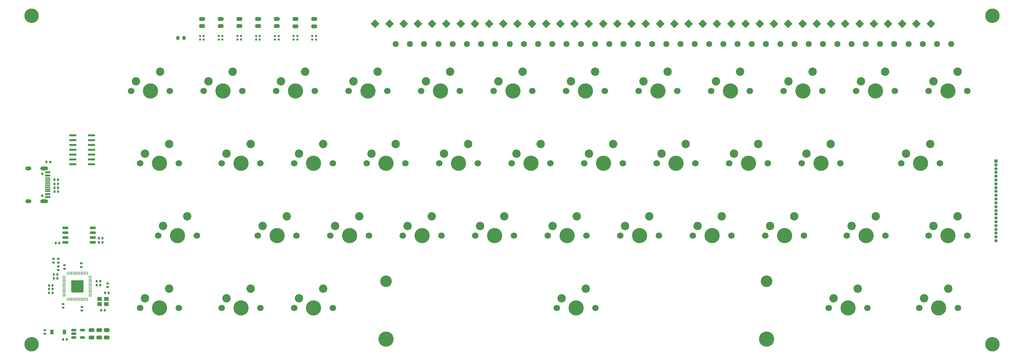
<source format=gts>
G04 #@! TF.GenerationSoftware,KiCad,Pcbnew,(6.0.4)*
G04 #@! TF.CreationDate,2022-06-01T02:41:54-07:00*
G04 #@! TF.ProjectId,ditto,64697474-6f2e-46b6-9963-61645f706362,rev?*
G04 #@! TF.SameCoordinates,Original*
G04 #@! TF.FileFunction,Soldermask,Top*
G04 #@! TF.FilePolarity,Negative*
%FSLAX46Y46*%
G04 Gerber Fmt 4.6, Leading zero omitted, Abs format (unit mm)*
G04 Created by KiCad (PCBNEW (6.0.4)) date 2022-06-01 02:41:54*
%MOMM*%
%LPD*%
G01*
G04 APERTURE LIST*
G04 Aperture macros list*
%AMRoundRect*
0 Rectangle with rounded corners*
0 $1 Rounding radius*
0 $2 $3 $4 $5 $6 $7 $8 $9 X,Y pos of 4 corners*
0 Add a 4 corners polygon primitive as box body*
4,1,4,$2,$3,$4,$5,$6,$7,$8,$9,$2,$3,0*
0 Add four circle primitives for the rounded corners*
1,1,$1+$1,$2,$3*
1,1,$1+$1,$4,$5*
1,1,$1+$1,$6,$7*
1,1,$1+$1,$8,$9*
0 Add four rect primitives between the rounded corners*
20,1,$1+$1,$2,$3,$4,$5,0*
20,1,$1+$1,$4,$5,$6,$7,0*
20,1,$1+$1,$6,$7,$8,$9,0*
20,1,$1+$1,$8,$9,$2,$3,0*%
%AMHorizOval*
0 Thick line with rounded ends*
0 $1 width*
0 $2 $3 position (X,Y) of the first rounded end (center of the circle)*
0 $4 $5 position (X,Y) of the second rounded end (center of the circle)*
0 Add line between two ends*
20,1,$1,$2,$3,$4,$5,0*
0 Add two circle primitives to create the rounded ends*
1,1,$1,$2,$3*
1,1,$1,$4,$5*%
%AMRotRect*
0 Rectangle, with rotation*
0 The origin of the aperture is its center*
0 $1 length*
0 $2 width*
0 $3 Rotation angle, in degrees counterclockwise*
0 Add horizontal line*
21,1,$1,$2,0,0,$3*%
G04 Aperture macros list end*
%ADD10R,1.981200X0.558800*%
%ADD11C,4.000000*%
%ADD12C,1.700000*%
%ADD13C,2.200000*%
%ADD14R,0.900000X1.200000*%
%ADD15RotRect,1.600000X1.600000X315.000000*%
%ADD16HorizOval,1.600000X0.000000X0.000000X0.000000X0.000000X0*%
%ADD17C,3.050000*%
%ADD18RoundRect,0.140000X-0.170000X0.140000X-0.170000X-0.140000X0.170000X-0.140000X0.170000X0.140000X0*%
%ADD19RoundRect,0.140000X0.140000X0.170000X-0.140000X0.170000X-0.140000X-0.170000X0.140000X-0.170000X0*%
%ADD20RoundRect,0.250000X-0.475000X0.250000X-0.475000X-0.250000X0.475000X-0.250000X0.475000X0.250000X0*%
%ADD21RoundRect,0.140000X-0.140000X-0.170000X0.140000X-0.170000X0.140000X0.170000X-0.140000X0.170000X0*%
%ADD22R,0.550000X0.550000*%
%ADD23RoundRect,0.250000X0.475000X-0.250000X0.475000X0.250000X-0.475000X0.250000X-0.475000X-0.250000X0*%
%ADD24R,0.850000X0.850000*%
%ADD25O,0.850000X0.850000*%
%ADD26RoundRect,0.050000X0.050000X-0.387500X0.050000X0.387500X-0.050000X0.387500X-0.050000X-0.387500X0*%
%ADD27RoundRect,0.050000X0.387500X-0.050000X0.387500X0.050000X-0.387500X0.050000X-0.387500X-0.050000X0*%
%ADD28RoundRect,0.144000X1.456000X-1.456000X1.456000X1.456000X-1.456000X1.456000X-1.456000X-1.456000X0*%
%ADD29RoundRect,0.150000X0.650000X0.150000X-0.650000X0.150000X-0.650000X-0.150000X0.650000X-0.150000X0*%
%ADD30RoundRect,0.140000X0.170000X-0.140000X0.170000X0.140000X-0.170000X0.140000X-0.170000X-0.140000X0*%
%ADD31R,1.150000X1.000000*%
%ADD32C,3.800000*%
%ADD33RoundRect,0.200000X0.200000X0.275000X-0.200000X0.275000X-0.200000X-0.275000X0.200000X-0.275000X0*%
%ADD34RoundRect,0.150000X-0.512500X-0.150000X0.512500X-0.150000X0.512500X0.150000X-0.512500X0.150000X0*%
%ADD35C,0.650000*%
%ADD36R,1.450000X0.600000*%
%ADD37R,1.450000X0.300000*%
%ADD38O,1.600000X1.000000*%
%ADD39O,2.100000X1.000000*%
G04 APERTURE END LIST*
D10*
X120963800Y-159310000D03*
X120963800Y-158040000D03*
X120963800Y-156770000D03*
X120963800Y-155500000D03*
X120963800Y-154230000D03*
X120963800Y-152960000D03*
X120963800Y-151690000D03*
X116036200Y-151690000D03*
X116036200Y-152960000D03*
X116036200Y-154230000D03*
X116036200Y-155500000D03*
X116036200Y-156770000D03*
X116036200Y-158040000D03*
X116036200Y-159310000D03*
D11*
X217410000Y-159080000D03*
D12*
X222490000Y-159080000D03*
X212330000Y-159080000D03*
D13*
X219950000Y-154000000D03*
X213600000Y-156540000D03*
D14*
X113900000Y-203500000D03*
X110600000Y-203500000D03*
D12*
X203440000Y-159080000D03*
X193280000Y-159080000D03*
D11*
X198360000Y-159080000D03*
D13*
X200900000Y-154000000D03*
X194550000Y-156540000D03*
D12*
X226617500Y-140030000D03*
X236777500Y-140030000D03*
D11*
X231697500Y-140030000D03*
D13*
X234237500Y-134950000D03*
X227887500Y-137490000D03*
D15*
X206750216Y-122305924D03*
D16*
X212138370Y-127694078D03*
D12*
X243286250Y-197180000D03*
D11*
X298366250Y-205420000D03*
X198366250Y-205420000D03*
D12*
X253446250Y-197180000D03*
D11*
X248366250Y-197180000D03*
D17*
X298366250Y-190180000D03*
X198366250Y-190180000D03*
D13*
X250906250Y-192100000D03*
X244556250Y-194640000D03*
D15*
X330279125Y-122305924D03*
D16*
X335667279Y-127694078D03*
D18*
X113550000Y-196157500D03*
X113550000Y-197117500D03*
D19*
X112030000Y-188400000D03*
X111070000Y-188400000D03*
D15*
X199263616Y-122305924D03*
D16*
X204651770Y-127694078D03*
D19*
X114480000Y-205500000D03*
X113520000Y-205500000D03*
D15*
X315305924Y-122305924D03*
D16*
X320694078Y-127694078D03*
D18*
X112250000Y-186270000D03*
X112250000Y-187230000D03*
D15*
X334022425Y-122305924D03*
D16*
X339410579Y-127694078D03*
D20*
X159833332Y-121050000D03*
X159833332Y-122950000D03*
D12*
X207567500Y-140030000D03*
X217727500Y-140030000D03*
D11*
X212647500Y-140030000D03*
D13*
X215187500Y-134950000D03*
X208837500Y-137490000D03*
D12*
X241540000Y-159080000D03*
X231380000Y-159080000D03*
D11*
X236460000Y-159080000D03*
D13*
X239000000Y-154000000D03*
X232650000Y-156540000D03*
D12*
X340917500Y-140030000D03*
D11*
X345997500Y-140030000D03*
D12*
X351077500Y-140030000D03*
D13*
X348537500Y-134950000D03*
X342187500Y-137490000D03*
D20*
X125000000Y-203050000D03*
X125000000Y-204950000D03*
D21*
X123520000Y-197750000D03*
X124480000Y-197750000D03*
D22*
X164274998Y-126475000D03*
X165224998Y-126475000D03*
X165224998Y-125525000D03*
X164274998Y-125525000D03*
D12*
X321867500Y-140030000D03*
X332027500Y-140030000D03*
D11*
X326947500Y-140030000D03*
D13*
X329487500Y-134950000D03*
X323137500Y-137490000D03*
D15*
X292846122Y-122305924D03*
D16*
X298234276Y-127694078D03*
D15*
X262899720Y-122305924D03*
D16*
X268287874Y-127694078D03*
D15*
X337765725Y-122305924D03*
D16*
X343153879Y-127694078D03*
D15*
X326535825Y-122305924D03*
D16*
X331923979Y-127694078D03*
D15*
X277872921Y-122305924D03*
D16*
X283261075Y-127694078D03*
D15*
X341509026Y-122305924D03*
D16*
X346897180Y-127694078D03*
D15*
X229210018Y-122305924D03*
D16*
X234598172Y-127694078D03*
D22*
X179025000Y-126475000D03*
X179975000Y-126475000D03*
X179975000Y-125525000D03*
X179025000Y-125525000D03*
D23*
X121000000Y-204950000D03*
X121000000Y-203050000D03*
D11*
X160260000Y-197180000D03*
D12*
X155180000Y-197180000D03*
X165340000Y-197180000D03*
D13*
X162800000Y-192100000D03*
X156450000Y-194640000D03*
D18*
X108750000Y-203020000D03*
X108750000Y-203980000D03*
D15*
X266643020Y-122305924D03*
D16*
X272031174Y-127694078D03*
D18*
X112250000Y-184270000D03*
X112250000Y-185230000D03*
D22*
X159358332Y-126475000D03*
X160308332Y-126475000D03*
X160308332Y-125525000D03*
X159358332Y-125525000D03*
D11*
X138828750Y-159080000D03*
D12*
X133748750Y-159080000D03*
X143908750Y-159080000D03*
D13*
X141368750Y-154000000D03*
X135018750Y-156540000D03*
D24*
X358625000Y-158500000D03*
D25*
X358625000Y-159500000D03*
X358625000Y-160500000D03*
X358625000Y-161500000D03*
X358625000Y-162500000D03*
X358625000Y-163500000D03*
X358625000Y-164500000D03*
X358625000Y-165500000D03*
X358625000Y-166500000D03*
X358625000Y-167500000D03*
X358625000Y-168500000D03*
X358625000Y-169500000D03*
X358625000Y-170500000D03*
X358625000Y-171500000D03*
X358625000Y-172500000D03*
X358625000Y-173500000D03*
X358625000Y-174500000D03*
X358625000Y-175500000D03*
X358625000Y-176500000D03*
X358625000Y-177500000D03*
X358625000Y-178500000D03*
X358625000Y-179500000D03*
D15*
X307819323Y-122305924D03*
D16*
X313207477Y-127694078D03*
D15*
X251669819Y-122305924D03*
D16*
X257057973Y-127694078D03*
D12*
X212965000Y-178130000D03*
D11*
X207885000Y-178130000D03*
D12*
X202805000Y-178130000D03*
D13*
X210425000Y-173050000D03*
X204075000Y-175590000D03*
D26*
X114650000Y-194937500D03*
X115050000Y-194937500D03*
X115450000Y-194937500D03*
X115850000Y-194937500D03*
X116250000Y-194937500D03*
X116650000Y-194937500D03*
X117050000Y-194937500D03*
X117450000Y-194937500D03*
X117850000Y-194937500D03*
X118250000Y-194937500D03*
X118650000Y-194937500D03*
X119050000Y-194937500D03*
X119450000Y-194937500D03*
X119850000Y-194937500D03*
D27*
X120687500Y-194100000D03*
X120687500Y-193700000D03*
X120687500Y-193300000D03*
X120687500Y-192900000D03*
X120687500Y-192500000D03*
X120687500Y-192100000D03*
X120687500Y-191700000D03*
X120687500Y-191300000D03*
X120687500Y-190900000D03*
X120687500Y-190500000D03*
X120687500Y-190100000D03*
X120687500Y-189700000D03*
X120687500Y-189300000D03*
X120687500Y-188900000D03*
D26*
X119850000Y-188062500D03*
X119450000Y-188062500D03*
X119050000Y-188062500D03*
X118650000Y-188062500D03*
X118250000Y-188062500D03*
X117850000Y-188062500D03*
X117450000Y-188062500D03*
X117050000Y-188062500D03*
X116650000Y-188062500D03*
X116250000Y-188062500D03*
X115850000Y-188062500D03*
X115450000Y-188062500D03*
X115050000Y-188062500D03*
X114650000Y-188062500D03*
D27*
X113812500Y-188900000D03*
X113812500Y-189300000D03*
X113812500Y-189700000D03*
X113812500Y-190100000D03*
X113812500Y-190500000D03*
X113812500Y-190900000D03*
X113812500Y-191300000D03*
X113812500Y-191700000D03*
X113812500Y-192100000D03*
X113812500Y-192500000D03*
X113812500Y-192900000D03*
X113812500Y-193300000D03*
X113812500Y-193700000D03*
X113812500Y-194100000D03*
D28*
X117250000Y-191500000D03*
D21*
X111260000Y-164550000D03*
X112220000Y-164550000D03*
D15*
X217980117Y-122305924D03*
D16*
X223368271Y-127694078D03*
D22*
X169191664Y-126475000D03*
X170141664Y-126475000D03*
X170141664Y-125525000D03*
X169191664Y-125525000D03*
D21*
X124520000Y-193250000D03*
X125480000Y-193250000D03*
D22*
X174108330Y-126475000D03*
X175058330Y-126475000D03*
X175058330Y-125525000D03*
X174108330Y-125525000D03*
D15*
X232953318Y-122305924D03*
D16*
X238341472Y-127694078D03*
D19*
X110730000Y-191237500D03*
X109770000Y-191237500D03*
D12*
X308215000Y-178130000D03*
X298055000Y-178130000D03*
D11*
X303135000Y-178130000D03*
D13*
X305675000Y-173050000D03*
X299325000Y-175590000D03*
D21*
X122310000Y-191200000D03*
X123270000Y-191200000D03*
D15*
X322792524Y-122305924D03*
D16*
X328180678Y-127694078D03*
D15*
X203006916Y-122305924D03*
D16*
X208395070Y-127694078D03*
D12*
X279005000Y-178130000D03*
X289165000Y-178130000D03*
D11*
X284085000Y-178130000D03*
D13*
X286625000Y-173050000D03*
X280275000Y-175590000D03*
D12*
X333773750Y-159080000D03*
X343933750Y-159080000D03*
D11*
X338853750Y-159080000D03*
D13*
X341393750Y-154000000D03*
X335043750Y-156540000D03*
D15*
X285359522Y-122305924D03*
D16*
X290747676Y-127694078D03*
D15*
X247926519Y-122305924D03*
D16*
X253314673Y-127694078D03*
D18*
X118480000Y-196940000D03*
X118480000Y-197900000D03*
D21*
X122940000Y-178850000D03*
X123900000Y-178850000D03*
D29*
X121350000Y-179905000D03*
X121350000Y-178635000D03*
X121350000Y-177365000D03*
X121350000Y-176095000D03*
X114150000Y-176095000D03*
X114150000Y-177365000D03*
X114150000Y-178635000D03*
X114150000Y-179905000D03*
D12*
X255827500Y-140030000D03*
D11*
X250747500Y-140030000D03*
D12*
X245667500Y-140030000D03*
D13*
X253287500Y-134950000D03*
X246937500Y-137490000D03*
D11*
X138828750Y-197180000D03*
D12*
X133748750Y-197180000D03*
X143908750Y-197180000D03*
D13*
X141368750Y-192100000D03*
X135018750Y-194640000D03*
D11*
X345997500Y-178130000D03*
D12*
X340917500Y-178130000D03*
X351077500Y-178130000D03*
D13*
X348537500Y-173050000D03*
X342187500Y-175590000D03*
D12*
X198677500Y-140030000D03*
X188517500Y-140030000D03*
D11*
X193597500Y-140030000D03*
D13*
X196137500Y-134950000D03*
X189787500Y-137490000D03*
D19*
X123900000Y-179910000D03*
X122940000Y-179910000D03*
D15*
X304076023Y-122305924D03*
D16*
X309464177Y-127694078D03*
D11*
X155497500Y-140030000D03*
D12*
X160577500Y-140030000D03*
X150417500Y-140030000D03*
D13*
X158037500Y-134950000D03*
X151687500Y-137490000D03*
D30*
X111000000Y-185230000D03*
X111000000Y-184270000D03*
D12*
X307580000Y-159080000D03*
D11*
X312660000Y-159080000D03*
D12*
X317740000Y-159080000D03*
D13*
X315200000Y-154000000D03*
X308850000Y-156540000D03*
D22*
X149525000Y-126475000D03*
X150475000Y-126475000D03*
X150475000Y-125525000D03*
X149525000Y-125525000D03*
D15*
X214236817Y-122305924D03*
D16*
X219624971Y-127694078D03*
D15*
X281616221Y-122305924D03*
D16*
X287004375Y-127694078D03*
D12*
X165340000Y-159080000D03*
X155180000Y-159080000D03*
D11*
X160260000Y-159080000D03*
D13*
X162800000Y-154000000D03*
X156450000Y-156540000D03*
D19*
X112220000Y-166550000D03*
X111260000Y-166550000D03*
D30*
X113850000Y-186880000D03*
X113850000Y-185920000D03*
D18*
X125200000Y-190720000D03*
X125200000Y-191680000D03*
D15*
X296589422Y-122305924D03*
D16*
X301977576Y-127694078D03*
D31*
X124875000Y-194800000D03*
X123125000Y-194800000D03*
X123125000Y-196200000D03*
X124875000Y-196200000D03*
D20*
X123000000Y-203050000D03*
X123000000Y-204950000D03*
D15*
X240439918Y-122305924D03*
D16*
X245828072Y-127694078D03*
D32*
X357750000Y-206750000D03*
D15*
X236696618Y-122305924D03*
D16*
X242084772Y-127694078D03*
D11*
X324566250Y-178130000D03*
D12*
X319486250Y-178130000D03*
X329646250Y-178130000D03*
D13*
X327106250Y-173050000D03*
X320756250Y-175590000D03*
D15*
X270386321Y-122305924D03*
D16*
X275774475Y-127694078D03*
D11*
X293610000Y-159080000D03*
D12*
X288530000Y-159080000D03*
X298690000Y-159080000D03*
D13*
X296150000Y-154000000D03*
X289800000Y-156540000D03*
D12*
X348696250Y-197180000D03*
D11*
X343616250Y-197180000D03*
D12*
X338536250Y-197180000D03*
D13*
X346156250Y-192100000D03*
X339806250Y-194640000D03*
D12*
X232015000Y-178130000D03*
D11*
X226935000Y-178130000D03*
D12*
X221855000Y-178130000D03*
D13*
X229475000Y-173050000D03*
X223125000Y-175590000D03*
D12*
X251065000Y-178130000D03*
X240905000Y-178130000D03*
D11*
X245985000Y-178130000D03*
D13*
X248525000Y-173050000D03*
X242175000Y-175590000D03*
D20*
X164750000Y-121050000D03*
X164750000Y-122950000D03*
D15*
X274129621Y-122305924D03*
D16*
X279517775Y-127694078D03*
D15*
X300332723Y-122305924D03*
D16*
X305720877Y-127694078D03*
D12*
X314723750Y-197180000D03*
X324883750Y-197180000D03*
D11*
X319803750Y-197180000D03*
D13*
X322343750Y-192100000D03*
X315993750Y-194640000D03*
D12*
X174865000Y-178130000D03*
D11*
X169785000Y-178130000D03*
D12*
X164705000Y-178130000D03*
D13*
X172325000Y-173050000D03*
X165975000Y-175590000D03*
D15*
X289102822Y-122305924D03*
D16*
X294490976Y-127694078D03*
D22*
X154441666Y-126475000D03*
X155391666Y-126475000D03*
X155391666Y-125525000D03*
X154441666Y-125525000D03*
D12*
X264717500Y-140030000D03*
D11*
X269797500Y-140030000D03*
D12*
X274877500Y-140030000D03*
D13*
X272337500Y-134950000D03*
X265987500Y-137490000D03*
D15*
X195520315Y-122305924D03*
D16*
X200908469Y-127694078D03*
D12*
X138511250Y-178130000D03*
D11*
X143591250Y-178130000D03*
D12*
X148671250Y-178130000D03*
D13*
X146131250Y-173050000D03*
X139781250Y-175590000D03*
D33*
X145325000Y-126100000D03*
X143675000Y-126100000D03*
D15*
X210493516Y-122305924D03*
D16*
X215881670Y-127694078D03*
D11*
X188835000Y-178130000D03*
D12*
X183755000Y-178130000D03*
X193915000Y-178130000D03*
D13*
X191375000Y-173050000D03*
X185025000Y-175590000D03*
D15*
X311562623Y-122305924D03*
D16*
X316950777Y-127694078D03*
D11*
X274560000Y-159080000D03*
D12*
X279640000Y-159080000D03*
X269480000Y-159080000D03*
D13*
X277100000Y-154000000D03*
X270750000Y-156540000D03*
D12*
X259955000Y-178130000D03*
D11*
X265035000Y-178130000D03*
D12*
X270115000Y-178130000D03*
D13*
X267575000Y-173050000D03*
X261225000Y-175590000D03*
D30*
X118270000Y-186417500D03*
X118270000Y-185457500D03*
D15*
X319049224Y-122305924D03*
D16*
X324437378Y-127694078D03*
D12*
X179627500Y-140030000D03*
D11*
X174547500Y-140030000D03*
D12*
X169467500Y-140030000D03*
D13*
X177087500Y-134950000D03*
X170737500Y-137490000D03*
D20*
X150000000Y-121050000D03*
X150000000Y-122950000D03*
D15*
X259156420Y-122305924D03*
D16*
X264544574Y-127694078D03*
D19*
X112220000Y-163450000D03*
X111260000Y-163450000D03*
D12*
X283767500Y-140030000D03*
D11*
X288847500Y-140030000D03*
D12*
X293927500Y-140030000D03*
D13*
X291387500Y-134950000D03*
X285037500Y-137490000D03*
D12*
X250430000Y-159080000D03*
D11*
X255510000Y-159080000D03*
D12*
X260590000Y-159080000D03*
D13*
X258050000Y-154000000D03*
X251700000Y-156540000D03*
D19*
X110730000Y-192237500D03*
X109770000Y-192237500D03*
X112030000Y-189437500D03*
X111070000Y-189437500D03*
D15*
X255413120Y-122305924D03*
D16*
X260801274Y-127694078D03*
D15*
X221723417Y-122305924D03*
D16*
X227111571Y-127694078D03*
D20*
X179500000Y-121100000D03*
X179500000Y-123000000D03*
D19*
X110120000Y-158750000D03*
X109160000Y-158750000D03*
D34*
X116312500Y-203050000D03*
X116312500Y-204000000D03*
X116312500Y-204950000D03*
X118587500Y-204950000D03*
X118587500Y-203050000D03*
D12*
X184390000Y-159080000D03*
X174230000Y-159080000D03*
D11*
X179310000Y-159080000D03*
D13*
X181850000Y-154000000D03*
X175500000Y-156540000D03*
D15*
X244183219Y-122305924D03*
D16*
X249571373Y-127694078D03*
D19*
X112530000Y-180100000D03*
X111570000Y-180100000D03*
D20*
X174583330Y-121100000D03*
X174583330Y-123000000D03*
D12*
X174230000Y-197180000D03*
X184390000Y-197180000D03*
D11*
X179310000Y-197180000D03*
D13*
X181850000Y-192100000D03*
X175500000Y-194640000D03*
D21*
X122310000Y-190200000D03*
X123270000Y-190200000D03*
D19*
X110730000Y-193237500D03*
X109770000Y-193237500D03*
D11*
X136447500Y-140030000D03*
D12*
X131367500Y-140030000D03*
X141527500Y-140030000D03*
D13*
X138987500Y-134950000D03*
X132637500Y-137490000D03*
D12*
X312977500Y-140030000D03*
X302817500Y-140030000D03*
D11*
X307897500Y-140030000D03*
D13*
X310437500Y-134950000D03*
X304087500Y-137490000D03*
D15*
X225466717Y-122305924D03*
D16*
X230854871Y-127694078D03*
D32*
X357750000Y-120250000D03*
X105250000Y-206750000D03*
X105250000Y-120250000D03*
D20*
X169666664Y-121050000D03*
X169666664Y-122950000D03*
D35*
X108040000Y-167640000D03*
X108040000Y-161860000D03*
D36*
X109485000Y-161500000D03*
X109485000Y-162300000D03*
D37*
X109485000Y-163500000D03*
X109485000Y-164500000D03*
X109485000Y-165000000D03*
X109485000Y-166000000D03*
D36*
X109485000Y-167200000D03*
X109485000Y-168000000D03*
X109485000Y-168000000D03*
X109485000Y-167200000D03*
D37*
X109485000Y-166500000D03*
X109485000Y-165500000D03*
X109485000Y-164000000D03*
X109485000Y-163000000D03*
D36*
X109485000Y-162300000D03*
X109485000Y-161500000D03*
D38*
X104390000Y-160430000D03*
X104390000Y-169070000D03*
D39*
X108570000Y-169070000D03*
X108570000Y-160430000D03*
D21*
X111260000Y-165550000D03*
X112220000Y-165550000D03*
D20*
X154916666Y-121050000D03*
X154916666Y-122950000D03*
M02*

</source>
